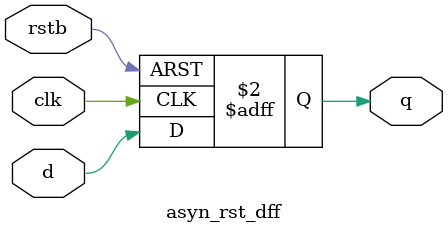
<source format=v>
module asyn_rst_dff(
input clk,d,rstb,
output reg q);
always@(posedge clk or posedge rstb)begin
if(rstb) q<=0;
else q<=d;
end
endmodule
</source>
